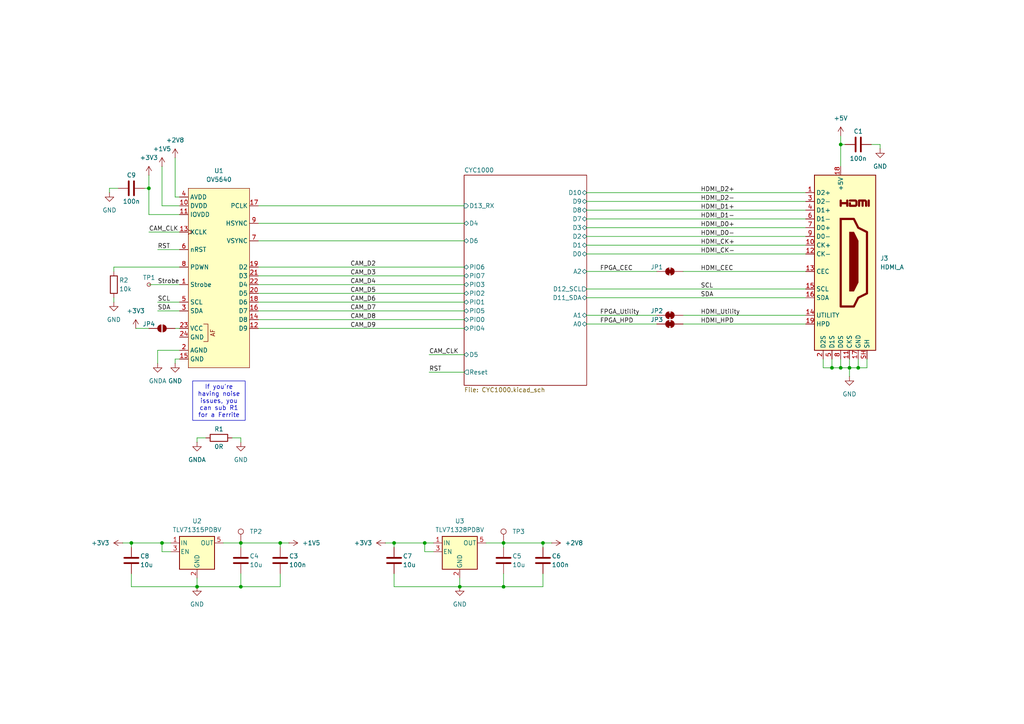
<source format=kicad_sch>
(kicad_sch (version 20250114) (generator "eeschema") (generator_version "9.0")
  (paper "A4")
  (lib_symbols
    (symbol "Connector:HDMI_A"
      (property "Reference" "J" (at -6.35 26.67 0))
      (property "Value" "HDMI_A" (at 10.16 26.67 0))
      (symbol "HDMI_A_0_0"
        (polyline (pts (xy 0 16.51) (xy 0 18.034) (xy 0 17.272) (xy 1.905 17.272) (xy 1.905 18.034) (xy 1.905 16.51)) (stroke (width 0.635)))
        (polyline (pts (xy 2.667 18.034) (xy 4.318 18.034) (xy 4.572 17.78) (xy 4.572 16.764) (xy 4.318 16.51) (xy 2.667 16.51) (xy 2.667 17.272)) (stroke (width 0.635)))
        (polyline (pts (xy 8.128 16.51) (xy 8.128 18.034)) (stroke (width 0.635)))
      )
      (symbol "HDMI_A_0_1"
        (rectangle (start -7.62 25.4) (end 10.16 -25.4) (stroke (width 0.254)) (fill (type background)))
        (polyline (pts (xy 0 12.7) (xy 0 -12.7) (xy 3.81 -12.7) (xy 5.08 -10.16) (xy 7.62 -8.89) (xy 7.62 8.89) (xy 5.08 10.16) (xy 3.81 12.7) (xy 0 12.7)) (stroke (width 0.635)))
        (polyline (pts (xy 2.54 8.89) (xy 3.81 8.89) (xy 5.08 6.35) (xy 5.08 -5.715) (xy 3.81 -8.255) (xy 2.54 -8.255) (xy 2.54 8.89)) (fill (type outline)))
        (polyline (pts (xy 5.334 16.51) (xy 5.334 18.034) (xy 6.35 18.034) (xy 6.35 16.51) (xy 6.35 18.034) (xy 7.112 18.034) (xy 7.366 17.78) (xy 7.366 16.51)) (stroke (width 0.635)))
      )
      (symbol "HDMI_A_1_1"
        (pin passive line (at -10.16 20.32 0) (length 2.54) (name "D2+") (number "1"))
        (pin passive line (at -10.16 17.78 0) (length 2.54) (name "D2-") (number "3"))
        (pin passive line (at -10.16 15.24 0) (length 2.54) (name "D1+") (number "4"))
        (pin passive line (at -10.16 12.7 0) (length 2.54) (name "D1-") (number "6"))
        (pin passive line (at -10.16 10.16 0) (length 2.54) (name "D0+") (number "7"))
        (pin passive line (at -10.16 7.62 0) (length 2.54) (name "D0-") (number "9"))
        (pin passive line (at -10.16 5.08 0) (length 2.54) (name "CK+") (number "10"))
        (pin passive line (at -10.16 2.54 0) (length 2.54) (name "CK-") (number "12"))
        (pin bidirectional line (at -10.16 -2.54 0) (length 2.54) (name "CEC") (number "13"))
        (pin passive line (at -10.16 -7.62 0) (length 2.54) (name "SCL") (number "15"))
        (pin bidirectional line (at -10.16 -10.16 0) (length 2.54) (name "SDA") (number "16"))
        (pin passive line (at -10.16 -15.24 0) (length 2.54) (name "UTILITY") (number "14"))
        (pin passive line (at -10.16 -17.78 0) (length 2.54) (name "HPD") (number "19"))
        (pin power_in line (at -5.08 -27.94 90) (length 2.54) (name "D2S") (number "2"))
        (pin power_in line (at -2.54 -27.94 90) (length 2.54) (name "D1S") (number "5"))
        (pin power_in line (at 0 27.94 270) (length 2.54) (name "+5V") (number "18"))
        (pin power_in line (at 0 -27.94 90) (length 2.54) (name "D0S") (number "8"))
        (pin power_in line (at 2.54 -27.94 90) (length 2.54) (name "CKS") (number "11"))
        (pin power_in line (at 5.08 -27.94 90) (length 2.54) (name "GND") (number "17"))
        (pin passive line (at 7.62 -27.94 90) (length 2.54) (name "SH") (number "SH"))
      )
    )
    (symbol "Connector:TestPoint" (pin_numbers (hide yes)) (pin_names (offset 0.762) (hide yes))
      (property "Reference" "TP" (at 0 6.858 0))
      (property "Value" "TestPoint" (at 0 5.08 0))
      (symbol "TestPoint_0_1"
        (circle (center 0 3.302) (radius 0.762))
      )
      (symbol "TestPoint_1_1"
        (pin passive line (at 0 0 90) (length 2.54) (name "1") (number "1"))
      )
    )
    (symbol "Connector:TestPoint_Small" (pin_numbers (hide yes)) (pin_names (offset 0.762) (hide yes))
      (property "Reference" "TP" (at 0 3.81 0))
      (property "Value" "TestPoint_Small" (at 0 2.032 0))
      (symbol "TestPoint_Small_0_1"
        (circle (center 0 0) (radius 0.508))
      )
      (symbol "TestPoint_Small_1_1"
        (pin passive line (at 0 0 90) (length 0) (name "1") (number "1"))
      )
    )
    (symbol "Device:C" (pin_numbers (hide yes)) (pin_names (offset 0.254))
      (property "Reference" "C" (at 0.635 2.54 0))
      (property "Value" "C" (at 0.635 -2.54 0))
      (symbol "C_0_1"
        (polyline (pts (xy -2.032 0.762) (xy 2.032 0.762)) (stroke (width 0.508)))
        (polyline (pts (xy -2.032 -0.762) (xy 2.032 -0.762)) (stroke (width 0.508)))
      )
      (symbol "C_1_1"
        (pin passive line (at 0 3.81 270) (length 2.794) (name "~") (number "1"))
        (pin passive line (at 0 -3.81 90) (length 2.794) (name "~") (number "2"))
      )
    )
    (symbol "Device:R" (pin_numbers (hide yes)) (pin_names (offset 0))
      (property "Reference" "R" (at 2.032 0 90))
      (property "Value" "R" (at 0 0 90))
      (symbol "R_0_1"
        (rectangle (start -1.016 -2.54) (end 1.016 2.54) (stroke (width 0.254)))
      )
      (symbol "R_1_1"
        (pin passive line (at 0 3.81 270) (length 1.27) (name "~") (number "1"))
        (pin passive line (at 0 -3.81 90) (length 1.27) (name "~") (number "2"))
      )
    )
    (symbol "Jumper:SolderJumper_2_Bridged" (pin_numbers (hide yes)) (pin_names (offset 0) (hide yes)) (in_bom no)
      (property "Reference" "JP" (at 0 2.032 0))
      (property "Value" "SolderJumper_2_Bridged" (at 0 -2.54 0))
      (symbol "SolderJumper_2_Bridged_0_1"
        (rectangle (start -0.508 0.508) (end 0.508 -0.508) (fill (type outline)))
        (polyline (pts (xy -0.254 1.016) (xy -0.254 -1.016)))
        (arc (start -0.254 -1.016) (mid -1.2656 0) (end -0.254 1.016))
        (arc (start -0.254 -1.016) (mid -1.2656 0) (end -0.254 1.016) (fill (type outline)))
        (arc (start 0.254 1.016) (mid 1.2656 0) (end 0.254 -1.016))
        (arc (start 0.254 1.016) (mid 1.2656 0) (end 0.254 -1.016) (fill (type outline)))
        (polyline (pts (xy 0.254 1.016) (xy 0.254 -1.016)))
      )
      (symbol "SolderJumper_2_Bridged_1_1"
        (pin passive line (at -3.81 0 0) (length 2.54) (name "A") (number "1"))
        (pin passive line (at 3.81 0 180) (length 2.54) (name "B") (number "2"))
      )
    )
    (symbol "Jumper:SolderJumper_2_Open" (pin_numbers (hide yes)) (pin_names (offset 0) (hide yes)) (in_bom no)
      (property "Reference" "JP" (at 0 2.032 0))
      (property "Value" "SolderJumper_2_Open" (at 0 -2.54 0))
      (symbol "SolderJumper_2_Open_0_1"
        (polyline (pts (xy -0.254 1.016) (xy -0.254 -1.016)))
        (arc (start -0.254 -1.016) (mid -1.2656 0) (end -0.254 1.016))
        (arc (start -0.254 -1.016) (mid -1.2656 0) (end -0.254 1.016) (fill (type outline)))
        (arc (start 0.254 1.016) (mid 1.2656 0) (end 0.254 -1.016))
        (arc (start 0.254 1.016) (mid 1.2656 0) (end 0.254 -1.016) (fill (type outline)))
        (polyline (pts (xy 0.254 1.016) (xy 0.254 -1.016)))
      )
      (symbol "SolderJumper_2_Open_1_1"
        (pin passive line (at -3.81 0 0) (length 2.54) (name "A") (number "1"))
        (pin passive line (at 3.81 0 180) (length 2.54) (name "B") (number "2"))
      )
    )
    (symbol "OV5640_1"
      (property "Reference" "U" (at 0 28.956 0))
      (property "Value" "OV5640" (at 0 26.67 0))
      (symbol "OV5640_1_1_1"
        (rectangle (start -8.89 25.4) (end 8.89 -26.67) (fill (type background)))
        (polyline (pts (xy -4.445 -19.05) (xy -3.175 -19.05) (xy -3.175 -13.97) (xy -4.445 -13.97)))
        (text "AF" (at -1.778 -16.51 900) (effects (font (size 1.27 1.27))))
        (pin power_in line (at -11.43 22.86 0) (length 2.54) (name "AVDD") (number "4"))
        (pin power_in line (at -11.43 20.32 0) (length 2.54) (name "DVDD") (number "10"))
        (pin power_in line (at -11.43 17.78 0) (length 2.54) (name "IOVDD") (number "11"))
        (pin input clock (at -11.43 12.7 0) (length 2.54) (name "XCLK") (number "13"))
        (pin input line (at -11.43 7.62 0) (length 2.54) (name "nRST") (number "6"))
        (pin input line (at -11.43 2.54 0) (length 2.54) (name "PDWN") (number "8"))
        (pin bidirectional line (at -11.43 -2.54 0) (length 2.54) (name "Strobe") (number "1"))
        (pin input line (at -11.43 -7.62 0) (length 2.54) (name "SCL") (number "5"))
        (pin bidirectional line (at -11.43 -10.16 0) (length 2.54) (name "SDA") (number "3"))
        (pin power_in line (at -11.43 -15.24 0) (length 2.54) (name "VCC") (number "23"))
        (pin power_out line (at -11.43 -17.78 0) (length 2.54) (name "GND") (number "24"))
        (pin power_out line (at -11.43 -21.59 0) (length 2.54) (name "AGND") (number "2"))
        (pin power_out line (at -11.43 -24.13 0) (length 2.54) (name "GND") (number "15"))
        (pin output line (at 11.43 20.32 180) (length 2.54) (name "PCLK") (number "17"))
        (pin output line (at 11.43 15.24 180) (length 2.54) (name "HSYNC") (number "9"))
        (pin output line (at 11.43 10.16 180) (length 2.54) (name "VSYNC") (number "7"))
        (pin output line (at 11.43 2.54 180) (length 2.54) (name "D2") (number "19"))
        (pin output line (at 11.43 0 180) (length 2.54) (name "D3") (number "21"))
        (pin output line (at 11.43 -2.54 180) (length 2.54) (name "D4") (number "22"))
        (pin output line (at 11.43 -5.08 180) (length 2.54) (name "D5") (number "20"))
        (pin output line (at 11.43 -7.62 180) (length 2.54) (name "D6") (number "18"))
        (pin output line (at 11.43 -10.16 180) (length 2.54) (name "D7") (number "16"))
        (pin output line (at 11.43 -12.7 180) (length 2.54) (name "D8") (number "14"))
        (pin output line (at 11.43 -15.24 180) (length 2.54) (name "D9") (number "12"))
      )
    )
    (symbol "Regulator_Linear:TLV71315PDBV" (pin_names (offset 0.254))
      (property "Reference" "U" (at -3.81 5.715 0))
      (property "Value" "TLV71315PDBV" (at 0 5.715 0))
      (symbol "TLV71315PDBV_0_1"
        (rectangle (start -5.08 4.445) (end 5.08 -5.08) (stroke (width 0.254)) (fill (type background)))
      )
      (symbol "TLV71315PDBV_1_1"
        (pin power_in line (at -7.62 2.54 0) (length 2.54) (name "IN") (number "1"))
        (pin input line (at -7.62 0 0) (length 2.54) (name "EN") (number "3"))
        (pin power_in line (at 0 -7.62 90) (length 2.54) (name "GND") (number "2"))
        (pin no_connect line (at 5.08 0 180) (length 2.54) (hide yes) (name "NC") (number "4"))
        (pin power_out line (at 7.62 2.54 180) (length 2.54) (name "OUT") (number "5"))
      )
    )
    (symbol "Regulator_Linear:TLV71328PDBV" (pin_names (offset 0.254))
      (property "Reference" "U" (at -3.81 5.715 0))
      (property "Value" "TLV71328PDBV" (at 0 5.715 0))
      (symbol "TLV71328PDBV_0_1"
        (rectangle (start -5.08 4.445) (end 5.08 -5.08) (stroke (width 0.254)) (fill (type background)))
      )
      (symbol "TLV71328PDBV_1_1"
        (pin power_in line (at -7.62 2.54 0) (length 2.54) (name "IN") (number "1"))
        (pin input line (at -7.62 0 0) (length 2.54) (name "EN") (number "3"))
        (pin power_in line (at 0 -7.62 90) (length 2.54) (name "GND") (number "2"))
        (pin no_connect line (at 5.08 0 180) (length 2.54) (hide yes) (name "NC") (number "4"))
        (pin power_out line (at 7.62 2.54 180) (length 2.54) (name "OUT") (number "5"))
      )
    )
    (symbol "power:+1V5" (power) (pin_numbers (hide yes)) (pin_names (offset 0) (hide yes))
      (property "Value" "+1V5" (at 0 3.556 0))
      (symbol "+1V5_0_1"
        (polyline (pts (xy -0.762 1.27) (xy 0 2.54)))
        (polyline (pts (xy 0 2.54) (xy 0.762 1.27)))
        (polyline (pts (xy 0 0) (xy 0 2.54)))
      )
      (symbol "+1V5_1_1"
        (pin power_in line (at 0 0 90) (length 0) (name "~") (number "1"))
      )
    )
    (symbol "power:+2V8" (power) (pin_numbers (hide yes)) (pin_names (offset 0) (hide yes))
      (property "Value" "+2V8" (at 0 3.556 0))
      (symbol "+2V8_0_1"
        (polyline (pts (xy -0.762 1.27) (xy 0 2.54)))
        (polyline (pts (xy 0 2.54) (xy 0.762 1.27)))
        (polyline (pts (xy 0 0) (xy 0 2.54)))
      )
      (symbol "+2V8_1_1"
        (pin power_in line (at 0 0 90) (length 0) (name "~") (number "1"))
      )
    )
    (symbol "power:+3V3" (power) (pin_numbers (hide yes)) (pin_names (offset 0) (hide yes))
      (property "Value" "+3V3" (at 0 3.556 0))
      (symbol "+3V3_0_1"
        (polyline (pts (xy -0.762 1.27) (xy 0 2.54)))
        (polyline (pts (xy 0 2.54) (xy 0.762 1.27)))
        (polyline (pts (xy 0 0) (xy 0 2.54)))
      )
      (symbol "+3V3_1_1"
        (pin power_in line (at 0 0 90) (length 0) (name "~") (number "1"))
      )
    )
    (symbol "power:+5V" (power) (pin_numbers (hide yes)) (pin_names (offset 0) (hide yes))
      (property "Value" "+5V" (at 0 3.556 0))
      (symbol "+5V_0_1"
        (polyline (pts (xy -0.762 1.27) (xy 0 2.54)))
        (polyline (pts (xy 0 2.54) (xy 0.762 1.27)))
        (polyline (pts (xy 0 0) (xy 0 2.54)))
      )
      (symbol "+5V_1_1"
        (pin power_in line (at 0 0 90) (length 0) (name "~") (number "1"))
      )
    )
    (symbol "power:GND" (power) (pin_numbers (hide yes)) (pin_names (offset 0) (hide yes))
      (property "Value" "GND" (at 0 -3.81 0))
      (symbol "GND_0_1"
        (polyline (pts (xy 0 0) (xy 0 -1.27) (xy 1.27 -1.27) (xy 0 -2.54) (xy -1.27 -1.27) (xy 0 -1.27)))
      )
      (symbol "GND_1_1"
        (pin power_in line (at 0 0 270) (length 0) (name "~") (number "1"))
      )
    )
    (symbol "power:GNDA" (power) (pin_numbers (hide yes)) (pin_names (offset 0) (hide yes))
      (property "Value" "GNDA" (at 0 -3.81 0))
      (symbol "GNDA_0_1"
        (polyline (pts (xy 0 0) (xy 0 -1.27) (xy 1.27 -1.27) (xy 0 -2.54) (xy -1.27 -1.27) (xy 0 -1.27)))
      )
      (symbol "GNDA_1_1"
        (pin power_in line (at 0 0 270) (length 0) (name "~") (number "1"))
      )
    )
  )
  (text_box "If you're having noise issues, you can sub R1 for a Ferrite" (at 55.88 110.49 0) (size 15.24 11.43) (margins 0.9525 0.9525 0.9525 0.9525) (effects (font (size 1.27 1.27))))
  (junction (at 243.84 41.91))
  (junction (at 243.84 106.68))
  (junction (at 69.85 170.18))
  (junction (at 38.1 157.48))
  (junction (at 46.99 157.48))
  (junction (at 146.05 170.18))
  (junction (at 133.35 170.18))
  (junction (at 123.19 157.48))
  (junction (at 157.48 157.48))
  (junction (at 241.3 106.68))
  (junction (at 114.3 157.48))
  (junction (at 248.92 106.68))
  (junction (at 146.05 157.48))
  (junction (at 57.15 170.18))
  (junction (at 246.38 106.68))
  (junction (at 43.18 54.61))
  (junction (at 69.85 157.48))
  (junction (at 81.28 157.48))
  (wire (pts (xy 43.18 67.31) (xy 52.07 67.31)))
  (wire (pts (xy 50.8 57.15) (xy 52.07 57.15)))
  (wire (pts (xy 74.93 80.01) (xy 134.62 80.01)))
  (wire (pts (xy 38.1 166.37) (xy 38.1 170.18)))
  (wire (pts (xy 123.19 160.02) (xy 123.19 157.48)))
  (wire (pts (xy 81.28 158.75) (xy 81.28 157.48)))
  (wire (pts (xy 133.35 170.18) (xy 114.3 170.18)))
  (wire (pts (xy 170.18 55.88) (xy 233.68 55.88)))
  (wire (pts (xy 43.18 82.55) (xy 52.07 82.55)))
  (wire (pts (xy 38.1 157.48) (xy 46.99 157.48)))
  (wire (pts (xy 238.76 106.68) (xy 241.3 106.68)))
  (wire (pts (xy 74.93 92.71) (xy 134.62 92.71)))
  (wire (pts (xy 198.12 78.74) (xy 233.68 78.74)))
  (wire (pts (xy 46.99 59.69) (xy 52.07 59.69)))
  (wire (pts (xy 243.84 39.37) (xy 243.84 41.91)))
  (wire (pts (xy 69.85 166.37) (xy 69.85 170.18)))
  (wire (pts (xy 43.18 54.61) (xy 43.18 62.23)))
  (wire (pts (xy 45.72 101.6) (xy 52.07 101.6)))
  (wire (pts (xy 157.48 158.75) (xy 157.48 157.48)))
  (wire (pts (xy 31.75 54.61) (xy 34.29 54.61)))
  (wire (pts (xy 252.73 41.91) (xy 255.27 41.91)))
  (wire (pts (xy 170.18 60.96) (xy 233.68 60.96)))
  (wire (pts (xy 33.02 86.36) (xy 33.02 87.63)))
  (wire (pts (xy 157.48 166.37) (xy 157.48 170.18)))
  (wire (pts (xy 114.3 170.18) (xy 114.3 166.37)))
  (wire (pts (xy 69.85 127) (xy 69.85 128.27)))
  (wire (pts (xy 69.85 157.48) (xy 81.28 157.48)))
  (wire (pts (xy 46.99 157.48) (xy 49.53 157.48)))
  (wire (pts (xy 246.38 106.68) (xy 248.92 106.68)))
  (wire (pts (xy 198.12 93.98) (xy 233.68 93.98)))
  (wire (pts (xy 81.28 170.18) (xy 69.85 170.18)))
  (wire (pts (xy 248.92 104.14) (xy 248.92 106.68)))
  (wire (pts (xy 67.31 127) (xy 69.85 127)))
  (wire (pts (xy 124.46 107.95) (xy 134.62 107.95)))
  (wire (pts (xy 46.99 48.26) (xy 46.99 59.69)))
  (wire (pts (xy 35.56 157.48) (xy 38.1 157.48)))
  (wire (pts (xy 45.72 87.63) (xy 52.07 87.63)))
  (wire (pts (xy 146.05 166.37) (xy 146.05 170.18)))
  (wire (pts (xy 69.85 170.18) (xy 57.15 170.18)))
  (wire (pts (xy 170.18 93.98) (xy 190.5 93.98)))
  (wire (pts (xy 111.76 157.48) (xy 114.3 157.48)))
  (wire (pts (xy 38.1 158.75) (xy 38.1 157.48)))
  (wire (pts (xy 43.18 50.8) (xy 43.18 54.61)))
  (wire (pts (xy 81.28 157.48) (xy 83.82 157.48)))
  (wire (pts (xy 241.3 104.14) (xy 241.3 106.68)))
  (wire (pts (xy 170.18 73.66) (xy 233.68 73.66)))
  (wire (pts (xy 74.93 95.25) (xy 134.62 95.25)))
  (wire (pts (xy 133.35 170.18) (xy 146.05 170.18)))
  (wire (pts (xy 74.93 87.63) (xy 134.62 87.63)))
  (wire (pts (xy 133.35 170.18) (xy 133.35 167.64)))
  (wire (pts (xy 38.1 170.18) (xy 57.15 170.18)))
  (wire (pts (xy 50.8 104.14) (xy 52.07 104.14)))
  (wire (pts (xy 170.18 78.74) (xy 190.5 78.74)))
  (wire (pts (xy 251.46 106.68) (xy 251.46 104.14)))
  (wire (pts (xy 170.18 83.82) (xy 233.68 83.82)))
  (wire (pts (xy 170.18 58.42) (xy 233.68 58.42)))
  (wire (pts (xy 50.8 45.72) (xy 50.8 57.15)))
  (wire (pts (xy 74.93 85.09) (xy 134.62 85.09)))
  (wire (pts (xy 114.3 157.48) (xy 123.19 157.48)))
  (wire (pts (xy 114.3 158.75) (xy 114.3 157.48)))
  (wire (pts (xy 33.02 77.47) (xy 52.07 77.47)))
  (wire (pts (xy 140.97 157.48) (xy 146.05 157.48)))
  (wire (pts (xy 124.46 102.87) (xy 134.62 102.87)))
  (wire (pts (xy 125.73 160.02) (xy 123.19 160.02)))
  (wire (pts (xy 39.37 95.25) (xy 43.18 95.25)))
  (wire (pts (xy 43.18 62.23) (xy 52.07 62.23)))
  (wire (pts (xy 33.02 78.74) (xy 33.02 77.47)))
  (wire (pts (xy 170.18 91.44) (xy 190.5 91.44)))
  (wire (pts (xy 241.3 106.68) (xy 243.84 106.68)))
  (wire (pts (xy 74.93 82.55) (xy 134.62 82.55)))
  (wire (pts (xy 146.05 157.48) (xy 146.05 158.75)))
  (wire (pts (xy 74.93 64.77) (xy 134.62 64.77)))
  (wire (pts (xy 49.53 160.02) (xy 46.99 160.02)))
  (wire (pts (xy 50.8 95.25) (xy 52.07 95.25)))
  (wire (pts (xy 81.28 166.37) (xy 81.28 170.18)))
  (wire (pts (xy 57.15 128.27) (xy 57.15 127)))
  (wire (pts (xy 170.18 68.58) (xy 233.68 68.58)))
  (wire (pts (xy 246.38 109.22) (xy 246.38 106.68)))
  (wire (pts (xy 246.38 104.14) (xy 246.38 106.68)))
  (wire (pts (xy 74.93 77.47) (xy 134.62 77.47)))
  (wire (pts (xy 74.93 59.69) (xy 134.62 59.69)))
  (wire (pts (xy 198.12 91.44) (xy 233.68 91.44)))
  (wire (pts (xy 45.72 105.41) (xy 45.72 101.6)))
  (wire (pts (xy 31.75 55.88) (xy 31.75 54.61)))
  (wire (pts (xy 170.18 63.5) (xy 233.68 63.5)))
  (wire (pts (xy 46.99 160.02) (xy 46.99 157.48)))
  (wire (pts (xy 243.84 41.91) (xy 243.84 48.26)))
  (wire (pts (xy 245.11 41.91) (xy 243.84 41.91)))
  (wire (pts (xy 238.76 104.14) (xy 238.76 106.68)))
  (wire (pts (xy 69.85 157.48) (xy 69.85 158.75)))
  (wire (pts (xy 74.93 90.17) (xy 134.62 90.17)))
  (wire (pts (xy 74.93 69.85) (xy 134.62 69.85)))
  (wire (pts (xy 123.19 157.48) (xy 125.73 157.48)))
  (wire (pts (xy 170.18 71.12) (xy 233.68 71.12)))
  (wire (pts (xy 57.15 127) (xy 59.69 127)))
  (wire (pts (xy 57.15 170.18) (xy 57.15 167.64)))
  (wire (pts (xy 41.91 54.61) (xy 43.18 54.61)))
  (wire (pts (xy 157.48 157.48) (xy 160.02 157.48)))
  (wire (pts (xy 255.27 41.91) (xy 255.27 43.18)))
  (wire (pts (xy 45.72 90.17) (xy 52.07 90.17)))
  (wire (pts (xy 243.84 104.14) (xy 243.84 106.68)))
  (wire (pts (xy 146.05 157.48) (xy 157.48 157.48)))
  (wire (pts (xy 248.92 106.68) (xy 251.46 106.68)))
  (wire (pts (xy 45.72 72.39) (xy 52.07 72.39)))
  (wire (pts (xy 64.77 157.48) (xy 69.85 157.48)))
  (wire (pts (xy 157.48 170.18) (xy 146.05 170.18)))
  (wire (pts (xy 170.18 86.36) (xy 233.68 86.36)))
  (wire (pts (xy 243.84 106.68) (xy 246.38 106.68)))
  (wire (pts (xy 50.8 105.41) (xy 50.8 104.14)))
  (wire (pts (xy 170.18 66.04) (xy 233.68 66.04)))
  (label "CAM_D3" (at 101.6 80.01 0))
  (label "HDMI_HPD" (at 203.2 93.98 0))
  (label "CAM_D9" (at 101.6 95.25 0))
  (label "CAM_D4" (at 101.6 82.55 0))
  (label "HDMI_D2-" (at 203.2 58.42 0))
  (label "SCL" (at 203.2 83.82 0))
  (label "RST" (at 45.72 72.39 0))
  (label "SDA" (at 45.72 90.17 0))
  (label "HDMI_D1-" (at 203.2 63.5 0))
  (label "HDMI_CEC" (at 203.2 78.74 0))
  (label "HDMI_D1+" (at 203.2 60.96 0))
  (label "CAM_D7" (at 101.6 90.17 0))
  (label "HDMI_CK-" (at 203.2 73.66 0))
  (label "HDMI_D0-" (at 203.2 68.58 0))
  (label "RST" (at 124.46 107.95 0))
  (label "CAM_D8" (at 101.6 92.71 0))
  (label "HDMI_CK+" (at 203.2 71.12 0))
  (label "SCL" (at 45.72 87.63 0))
  (label "SDA" (at 203.2 86.36 0))
  (label "CAM_D6" (at 101.6 87.63 0))
  (label "CAM_CLK" (at 43.18 67.31 0))
  (label "FPGA_Utility" (at 173.99 91.44 0))
  (label "FPGA_HPD" (at 173.99 93.98 0))
  (label "HDMI_D2+" (at 203.2 55.88 0))
  (label "Strobe" (at 45.72 82.55 0))
  (label "CAM_D5" (at 101.6 85.09 0))
  (label "CAM_CLK" (at 124.46 102.87 0))
  (label "CAM_D2" (at 101.6 77.47 0))
  (label "HDMI_D0+" (at 203.2 66.04 0))
  (label "HDMI_Utility" (at 203.2 91.44 0))
  (label "FPGA_CEC" (at 173.99 78.74 0))
  (symbol (lib_id "Device:C") (at 69.85 162.56 0) (unit 1)
    (property "Reference" "C4" (at 72.39 161.29 0) (effects (justify left)))
    (property "Value" "10u" (at 72.39 163.83 0) (effects (justify left)))
    (property "Footprint" "Capacitor_SMD:C_0805_2012Metric" (effects (hide yes)))
    (property "Description" "Unpolarized capacitor" (effects (hide yes)))
  )
  (symbol (lib_id "Device:C") (at 248.92 41.91 90) (unit 1)
    (property "Reference" "C1" (at 248.92 38.1 90))
    (property "Value" "100n" (at 248.92 45.974 90))
    (property "Footprint" "Capacitor_SMD:C_0805_2012Metric" (effects (hide yes)))
    (property "Description" "Unpolarized capacitor" (effects (hide yes)))
  )
  (symbol (lib_id "Regulator_Linear:TLV71315PDBV") (at 57.15 160.02 0) (unit 1)
    (property "Reference" "U2" (at 57.15 151.13 0))
    (property "Value" "TLV71315PDBV" (at 57.15 153.67 0))
    (property "Footprint" "Package_TO_SOT_SMD:SOT-23-5" (effects (hide yes)))
    (property "Datasheet" "http://www.ti.com/lit/ds/symlink/tlv713p.pdf" (effects (hide yes)))
    (property "Description" "150mA Low Dropout Voltage Regulator, Fixed Output 1.5V, SOT-23-5" (effects (hide yes)))
  )
  (symbol (lib_id "power:GND") (at 33.02 87.63 0) (unit 1)
    (property "Reference" "#PWR017" (effects (hide yes)))
    (property "Value" "GND" (at 33.02 92.71 0))
    (property "Description" "Power symbol creates a global label with name \"GND\" , ground" (effects (hide yes)))
  )
  (symbol (lib_id "Jumper:SolderJumper_2_Open") (at 46.99 95.25 0) (unit 1) (in_bom no)
    (property "Reference" "JP4" (at 43.18 93.98 0))
    (property "Value" "SolderJumper_2_Open" (effects (hide yes)))
    (property "Footprint" "Jumper:SolderJumper-2_P1.3mm_Open_RoundedPad1.0x1.5mm" (effects (hide yes)))
    (property "Description" "Solder Jumper, 2-pole, open" (effects (hide yes)))
  )
  (symbol (lib_id "Device:R") (at 33.02 82.55 0) (unit 1)
    (property "Reference" "R2" (at 34.544 81.28 0) (effects (justify left)))
    (property "Value" "10k" (at 34.544 83.82 0) (effects (justify left)))
    (property "Footprint" "Resistor_SMD:R_0805_2012Metric" (effects (hide yes)))
    (property "Description" "Resistor" (effects (hide yes)))
  )
  (symbol (lib_id "power:+2V8") (at 50.8 45.72 0) (unit 1)
    (property "Reference" "#PWR016" (effects (hide yes)))
    (property "Value" "+2V8" (at 50.8 40.64 0))
    (property "Description" "Power symbol creates a global label with name \"+2V8\"" (effects (hide yes)))
  )
  (symbol (lib_id "power:GND") (at 50.8 105.41 0) (unit 1)
    (property "Reference" "#PWR011" (effects (hide yes)))
    (property "Value" "GND" (at 50.8 110.49 0))
    (property "Description" "Power symbol creates a global label with name \"GND\" , ground" (effects (hide yes)))
  )
  (symbol (lib_id "power:+3V3") (at 35.56 157.48 90) (unit 1)
    (property "Reference" "#PWR022" (effects (hide yes)))
    (property "Value" "+3V3" (at 31.75 157.4799 90) (effects (justify left)))
    (property "Description" "Power symbol creates a global label with name \"+3V3\"" (effects (hide yes)))
  )
  (symbol (lib_id "Device:C") (at 81.28 162.56 0) (unit 1)
    (property "Reference" "C3" (at 83.82 161.29 0) (effects (justify left)))
    (property "Value" "100n" (at 83.82 163.83 0) (effects (justify left)))
    (property "Footprint" "Capacitor_SMD:C_0805_2012Metric" (effects (hide yes)))
    (property "Description" "Unpolarized capacitor" (effects (hide yes)))
  )
  (symbol (lib_id "Regulator_Linear:TLV71328PDBV") (at 133.35 160.02 0) (unit 1)
    (property "Reference" "U3" (at 133.35 151.13 0))
    (property "Value" "TLV71328PDBV" (at 133.35 153.67 0))
    (property "Footprint" "Package_TO_SOT_SMD:SOT-23-5" (effects (hide yes)))
    (property "Datasheet" "http://www.ti.com/lit/ds/symlink/tlv713p.pdf" (effects (hide yes)))
    (property "Description" "150mA Low Dropout Voltage Regulator, Fixed Output 2.8V, SOT-23-5" (effects (hide yes)))
  )
  (symbol (lib_id "power:+3V3") (at 39.37 95.25 0) (unit 1)
    (property "Reference" "#PWR027" (effects (hide yes)))
    (property "Value" "+3V3" (at 39.37 90.17 0))
    (property "Description" "Power symbol creates a global label with name \"+3V3\"" (effects (hide yes)))
  )
  (symbol (lib_id "Device:C") (at 114.3 162.56 0) (unit 1)
    (property "Reference" "C7" (at 116.84 161.29 0) (effects (justify left)))
    (property "Value" "10u" (at 116.84 163.83 0) (effects (justify left)))
    (property "Footprint" "Capacitor_SMD:C_0805_2012Metric" (effects (hide yes)))
    (property "Description" "Unpolarized capacitor" (effects (hide yes)))
  )
  (symbol (lib_id "power:GND") (at 255.27 43.18 0) (unit 1)
    (property "Reference" "#PWR03" (effects (hide yes)))
    (property "Value" "GND" (at 255.27 48.26 0))
    (property "Description" "Power symbol creates a global label with name \"GND\" , ground" (effects (hide yes)))
  )
  (symbol (lib_id "Connector:TestPoint_Small") (at 43.18 82.55 0) (unit 1)
    (property "Reference" "TP1" (at 41.402 80.518 0) (effects (justify left)))
    (property "Value" "TestPoint_Small" (effects (hide yes)))
    (property "Footprint" "TestPoint:TestPoint_Pad_D1.5mm" (effects (hide yes)))
    (property "Description" "test point" (effects (hide yes)))
  )
  (symbol (lib_id "Device:C") (at 38.1 162.56 0) (unit 1)
    (property "Reference" "C8" (at 40.64 161.29 0) (effects (justify left)))
    (property "Value" "10u" (at 40.64 163.83 0) (effects (justify left)))
    (property "Footprint" "Capacitor_SMD:C_0805_2012Metric" (effects (hide yes)))
    (property "Description" "Unpolarized capacitor" (effects (hide yes)))
  )
  (symbol (lib_id "power:+1V5") (at 46.99 48.26 0) (unit 1)
    (property "Reference" "#PWR015" (effects (hide yes)))
    (property "Value" "+1V5" (at 46.99 43.18 0))
    (property "Description" "Power symbol creates a global label with name \"+1V5\"" (effects (hide yes)))
  )
  (symbol (lib_id "power:+1V5") (at 83.82 157.48 270) (unit 1)
    (property "Reference" "#PWR025" (effects (hide yes)))
    (property "Value" "+1V5" (at 87.63 157.4799 90) (effects (justify left)))
    (property "Description" "Power symbol creates a global label with name \"+1V5\"" (effects (hide yes)))
  )
  (symbol (lib_id "power:GND") (at 57.15 170.18 0) (unit 1)
    (property "Reference" "#PWR020" (effects (hide yes)))
    (property "Value" "GND" (at 57.15 175.26 0))
    (property "Description" "Power symbol creates a global label with name \"GND\" , ground" (effects (hide yes)))
  )
  (symbol (lib_id "Device:R") (at 63.5 127 90) (unit 1)
    (property "Reference" "R1" (at 63.5 124.46 90))
    (property "Value" "0R" (at 63.5 129.54 90))
    (property "Footprint" "Resistor_SMD:R_0805_2012Metric" (effects (hide yes)))
    (property "Description" "Resistor" (effects (hide yes)))
  )
  (symbol (lib_id "power:+3V3") (at 43.18 50.8 0) (unit 1)
    (property "Reference" "#PWR014" (effects (hide yes)))
    (property "Value" "+3V3" (at 43.18 45.72 0))
    (property "Description" "Power symbol creates a global label with name \"+3V3\"" (effects (hide yes)))
  )
  (symbol (lib_id "Connector:HDMI_A") (at 243.84 76.2 0) (unit 1)
    (property "Reference" "J3" (at 255.27 74.9299 0) (effects (justify left)))
    (property "Value" "HDMI_A" (at 255.27 77.4699 0) (effects (justify left)))
    (property "Footprint" "Connector_Video:HDMI_A_Amphenol_10029449-x01xLF_Horizontal" (effects (hide yes)))
    (property "Datasheet" "https://en.wikipedia.org/wiki/HDMI" (effects (hide yes)))
    (property "Description" "HDMI type A connector" (effects (hide yes)))
  )
  (symbol (lib_id "Device:C") (at 146.05 162.56 0) (unit 1)
    (property "Reference" "C5" (at 148.59 161.29 0) (effects (justify left)))
    (property "Value" "10u" (at 148.59 163.83 0) (effects (justify left)))
    (property "Footprint" "Capacitor_SMD:C_0805_2012Metric" (effects (hide yes)))
    (property "Description" "Unpolarized capacitor" (effects (hide yes)))
  )
  (symbol (lib_id "power:+3V3") (at 111.76 157.48 90) (unit 1)
    (property "Reference" "#PWR023" (effects (hide yes)))
    (property "Value" "+3V3" (at 107.95 157.4799 90) (effects (justify left)))
    (property "Description" "Power symbol creates a global label with name \"+3V3\"" (effects (hide yes)))
  )
  (symbol (lib_id "Jumper:SolderJumper_2_Bridged") (at 194.31 93.98 0) (unit 1) (in_bom no)
    (property "Reference" "JP3" (at 190.5 92.71 0))
    (property "Value" "SolderJumper_2_Bridged" (effects (hide yes)))
    (property "Footprint" "Jumper:SolderJumper-2_P1.3mm_Bridged_RoundedPad1.0x1.5mm" (effects (hide yes)))
    (property "Description" "Solder Jumper, 2-pole, closed/bridged" (effects (hide yes)))
  )
  (symbol (lib_id "Device:C") (at 38.1 54.61 90) (unit 1)
    (property "Reference" "C9" (at 38.1 50.8 90))
    (property "Value" "100n" (at 38.1 58.42 90))
    (property "Footprint" "Capacitor_SMD:C_0805_2012Metric" (effects (hide yes)))
    (property "Description" "Unpolarized capacitor" (effects (hide yes)))
  )
  (symbol (lib_id "power:GNDA") (at 45.72 105.41 0) (unit 1)
    (property "Reference" "#PWR012" (effects (hide yes)))
    (property "Value" "GNDA" (at 45.72 110.49 0))
    (property "Description" "Power symbol creates a global label with name \"GNDA\" , analog ground" (effects (hide yes)))
  )
  (symbol (lib_id "Connector:TestPoint") (at 146.05 157.48 0) (unit 1)
    (property "Reference" "TP3" (at 148.59 154.1779 0) (effects (justify left)))
    (property "Value" "TestPoint" (effects (hide yes)))
    (property "Footprint" "TestPoint:TestPoint_Pad_D1.5mm" (effects (hide yes)))
    (property "Description" "test point" (effects (hide yes)))
  )
  (symbol (lib_id "power:GND") (at 69.85 128.27 0) (unit 1)
    (property "Reference" "#PWR010" (effects (hide yes)))
    (property "Value" "GND" (at 69.85 133.35 0))
    (property "Description" "Power symbol creates a global label with name \"GND\" , ground" (effects (hide yes)))
  )
  (symbol (lib_id "Connector:TestPoint") (at 69.85 157.48 0) (unit 1)
    (property "Reference" "TP2" (at 72.39 154.1779 0) (effects (justify left)))
    (property "Value" "TestPoint" (effects (hide yes)))
    (property "Footprint" "TestPoint:TestPoint_Pad_D1.5mm" (effects (hide yes)))
    (property "Description" "test point" (effects (hide yes)))
  )
  (symbol (lib_name "OV5640_1") (lib_id "OV_Camera:OV5640") (at 63.5 80.01 0) (unit 1)
    (property "Reference" "U1" (at 63.5 49.53 0))
    (property "Value" "OV5640" (at 63.5 52.07 0))
    (property "Footprint" "Connectors_FFC-FPC_Custom:XYECONN_FPC02-S0.5-24AH2.0_24Pin_P0.5mm" (effects (hide yes)))
    (property "Datasheet" "https://cdn-learn.adafruit.com/assets/assets/000/118/306/original/ov5640_datasheet.pdf?1675869959" (effects (hide yes)))
    (property "Description" "5MP parlell CMOS Camera; rolling shutter" (effects (hide yes)))
  )
  (symbol (lib_id "power:GND") (at 133.35 170.18 0) (unit 1)
    (property "Reference" "#PWR021" (effects (hide yes)))
    (property "Value" "GND" (at 133.35 175.26 0))
    (property "Description" "Power symbol creates a global label with name \"GND\" , ground" (effects (hide yes)))
  )
  (symbol (lib_id "power:GND") (at 31.75 55.88 0) (unit 1)
    (property "Reference" "#PWR026" (effects (hide yes)))
    (property "Value" "GND" (at 31.75 60.96 0))
    (property "Description" "Power symbol creates a global label with name \"GND\" , ground" (effects (hide yes)))
  )
  (symbol (lib_id "power:GND") (at 246.38 109.22 0) (unit 1)
    (property "Reference" "#PWR01" (effects (hide yes)))
    (property "Value" "GND" (at 246.38 114.3 0))
    (property "Description" "Power symbol creates a global label with name \"GND\" , ground" (effects (hide yes)))
  )
  (symbol (lib_id "Device:C") (at 157.48 162.56 0) (unit 1)
    (property "Reference" "C6" (at 160.02 161.29 0) (effects (justify left)))
    (property "Value" "100n" (at 160.02 163.83 0) (effects (justify left)))
    (property "Footprint" "Capacitor_SMD:C_0805_2012Metric" (effects (hide yes)))
    (property "Description" "Unpolarized capacitor" (effects (hide yes)))
  )
  (symbol (lib_id "Jumper:SolderJumper_2_Bridged") (at 194.31 91.44 0) (unit 1) (in_bom no)
    (property "Reference" "JP2" (at 190.5 90.17 0))
    (property "Value" "SolderJumper_2_Bridged" (effects (hide yes)))
    (property "Footprint" "Jumper:SolderJumper-2_P1.3mm_Bridged_RoundedPad1.0x1.5mm" (effects (hide yes)))
    (property "Description" "Solder Jumper, 2-pole, closed/bridged" (effects (hide yes)))
  )
  (symbol (lib_id "power:+2V8") (at 160.02 157.48 270) (unit 1)
    (property "Reference" "#PWR024" (effects (hide yes)))
    (property "Value" "+2V8" (at 163.83 157.4799 90) (effects (justify left)))
    (property "Description" "Power symbol creates a global label with name \"+2V8\"" (effects (hide yes)))
  )
  (symbol (lib_id "power:+5V") (at 243.84 39.37 0) (unit 1)
    (property "Reference" "#PWR02" (effects (hide yes)))
    (property "Value" "+5V" (at 243.84 34.29 0))
    (property "Description" "Power symbol creates a global label with name \"+5V\"" (effects (hide yes)))
  )
  (symbol (lib_id "power:GNDA") (at 57.15 128.27 0) (unit 1)
    (property "Reference" "#PWR013" (effects (hide yes)))
    (property "Value" "GNDA" (at 57.15 133.35 0))
    (property "Description" "Power symbol creates a global label with name \"GNDA\" , analog ground" (effects (hide yes)))
  )
  (symbol (lib_id "Jumper:SolderJumper_2_Bridged") (at 194.31 78.74 0) (unit 1) (in_bom no)
    (property "Reference" "JP1" (at 190.5 77.47 0))
    (property "Value" "SolderJumper_2_Bridged" (effects (hide yes)))
    (property "Footprint" "Jumper:SolderJumper-2_P1.3mm_Bridged_RoundedPad1.0x1.5mm" (effects (hide yes)))
    (property "Description" "Solder Jumper, 2-pole, closed/bridged" (effects (hide yes)))
  )
  (sheet (at 134.62 50.8) (size 35.56 60.96) (stroke (width 0.1524))
    (property "Sheetname" "CYC1000" (at 134.62 50.0884 0) (effects (justify left bottom)))
    (property "Sheetfile" "CYC1000.kicad_sch" (at 134.62 112.3446 0) (effects (justify left top)))
    (pin "Reset" output (at 134.62 107.95 180))
    (pin "D9" bidirectional (at 170.18 58.42 0))
    (pin "D10" bidirectional (at 170.18 55.88 0))
    (pin "D7" bidirectional (at 170.18 63.5 0))
    (pin "D1" bidirectional (at 170.18 71.12 0))
    (pin "D0" bidirectional (at 170.18 73.66 0))
    (pin "D3" bidirectional (at 170.18 66.04 0))
    (pin "D2" bidirectional (at 170.18 68.58 0))
    (pin "D8" bidirectional (at 170.18 60.96 0))
    (pin "D11_SDA" bidirectional (at 170.18 86.36 0))
    (pin "A0" bidirectional (at 170.18 93.98 0))
    (pin "A2" bidirectional (at 170.18 78.74 0))
    (pin "A1" bidirectional (at 170.18 91.44 0))
    (pin "PIO0" bidirectional (at 134.62 92.71 180))
    (pin "PIO3" bidirectional (at 134.62 82.55 180))
    (pin "PIO1" bidirectional (at 134.62 87.63 180))
    (pin "PIO2" bidirectional (at 134.62 85.09 180))
    (pin "PIO4" bidirectional (at 134.62 95.25 180))
    (pin "PIO7" bidirectional (at 134.62 80.01 180))
    (pin "PIO5" bidirectional (at 134.62 90.17 180))
    (pin "PIO6" bidirectional (at 134.62 77.47 180))
    (pin "D5" bidirectional (at 134.62 102.87 180))
    (pin "D4" bidirectional (at 134.62 64.77 180))
    (pin "D6" bidirectional (at 134.62 69.85 180))
    (pin "D12_SCL" output (at 170.18 83.82 0))
    (pin "D13_RX" input (at 134.62 59.69 180))
  )
)
</source>
